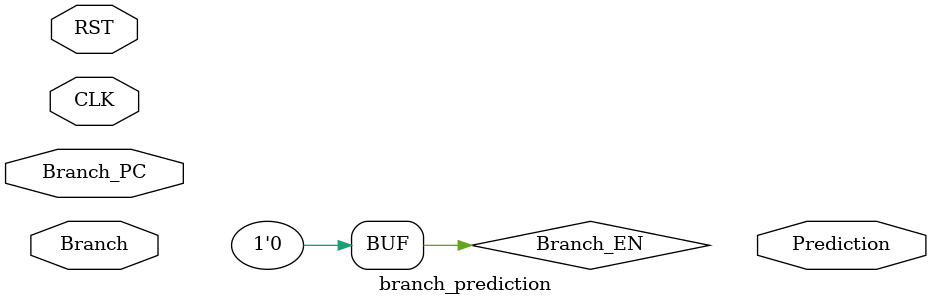
<source format=v>
module branch_prediction(
	input CLK,
	input RST,
	
	input Branch,
	input Branch,
	input [3:0] Branch_PC,
	output Prediction
	);
	
	reg [1:0] Global_History_Reg;
	reg [3:0] Local_History_Table_0;
        reg [3:0] Local_History_Table_1;
        reg [3:0] Local_History_Table_2;
        reg [3:0] Local_History_Table_3;

	always @ (posedge CLK)
		begin
			if(RST)
				Global_History <= 2'b0;
			else
				Global_History_Reg <= (Global_History_Reg << 1) | Branch_Result;
		end

	
	wire Branch_EN = 4'b0;
	history_table table_00(.CLK(CLK), .RST(RST), .Branch_en(Branch_EN[0]), .Branch(Branch), .Branch_PC(Branch_PC), .Prediction(Prediction_00));
        history_table table_01(.CLK(CLK), .RST(RST), .Branch_en(Branch_EN[1]), .Branch(Branch), .Branch_PC(Branch_PC), .Prediction(Prediction_01));
        history_table table_10(.CLK(CLK), .RST(RST), .Branch_en(Branch_EN[2]), .Branch(Branch), .Branch_PC(Branch_PC), .Prediction(Prediction_10));
        history_table table_11(.CLK(CLK), .RST(RST), .Branch_en(Branch_EN[3]), .Branch(Branch), .Branch_PC(Branch_PC), .Prediction(Prediction_11));

endmodule

</source>
